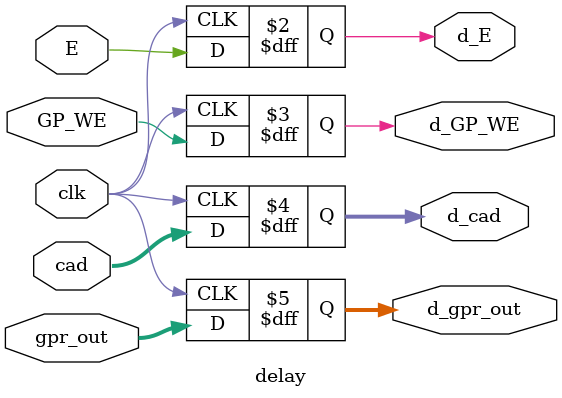
<source format=v>
module delay(clk, E, GP_WE, cad, gpr_out, d_E, d_GP_WE, d_cad, d_gpr_out);

	input clk;

	input E, GP_WE;
	input [31:0] cad, gpr_out;
	
	output reg d_E, d_GP_WE;
	output reg [31:0] d_cad, d_gpr_out;
	
	always @ (posedge clk) begin
		d_E <= E;
		d_GP_WE <= GP_WE;
		d_cad <= cad;
		d_gpr_out <= gpr_out;
	end
	
endmodule

</source>
